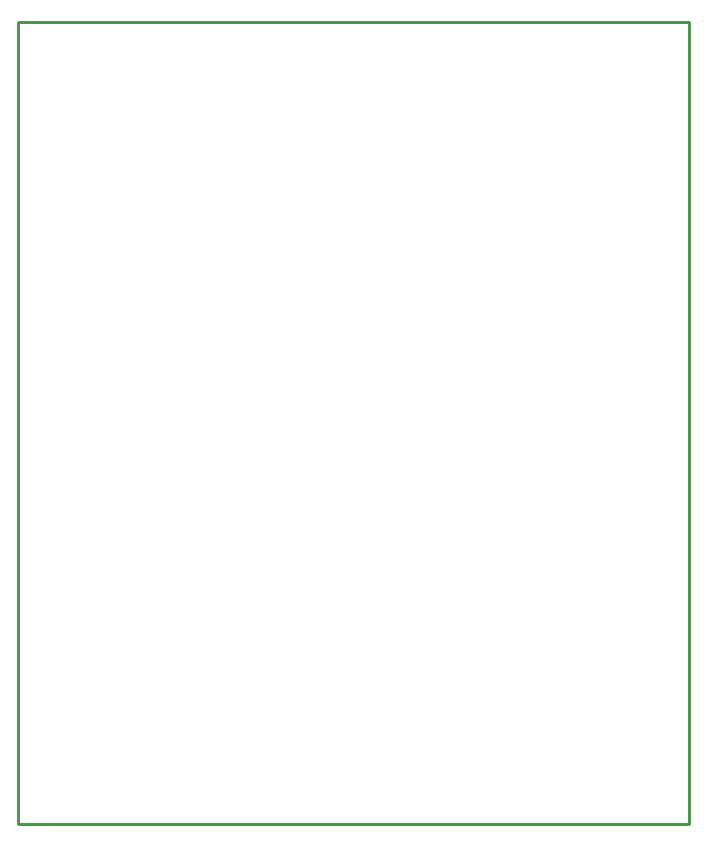
<source format=gko>
G04*
G04 #@! TF.GenerationSoftware,Altium Limited,Altium Designer,24.4.1 (13)*
G04*
G04 Layer_Color=16711935*
%FSLAX25Y25*%
%MOIN*%
G70*
G04*
G04 #@! TF.SameCoordinates,97D1044A-C35F-4CB3-83FE-F4252C381A68*
G04*
G04*
G04 #@! TF.FilePolarity,Positive*
G04*
G01*
G75*
%ADD14C,0.01000*%
D14*
X0Y0D02*
Y267500D01*
Y0D02*
X223500D01*
Y267500D01*
X0D02*
X223500D01*
M02*

</source>
